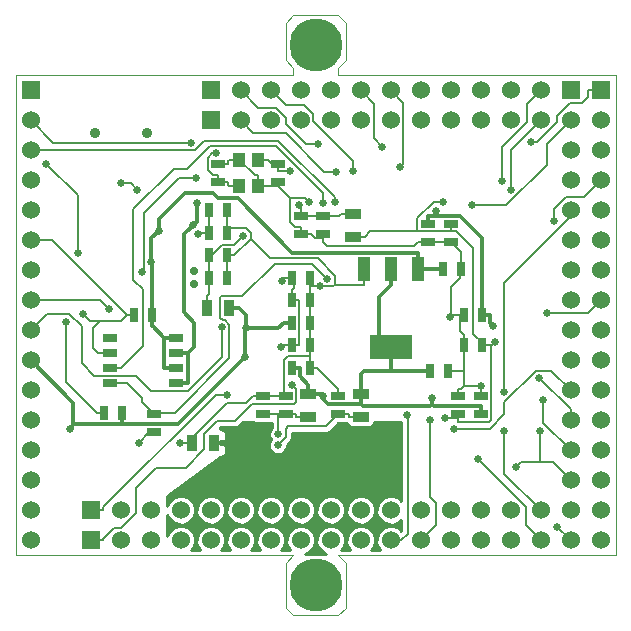
<source format=gbl>
G04 (created by PCBNEW (2013-07-07 BZR 4022)-stable) date 02/11/2014 17:15:00*
%MOIN*%
G04 Gerber Fmt 3.4, Leading zero omitted, Abs format*
%FSLAX34Y34*%
G01*
G70*
G90*
G04 APERTURE LIST*
%ADD10C,0.00590551*%
%ADD11C,0.00393701*%
%ADD12R,0.0433X0.0472*%
%ADD13R,0.025X0.045*%
%ADD14R,0.045X0.025*%
%ADD15R,0.144X0.08*%
%ADD16R,0.04X0.08*%
%ADD17R,0.035X0.055*%
%ADD18R,0.055X0.035*%
%ADD19R,0.05X0.025*%
%ADD20C,0.177165*%
%ADD21R,0.06X0.06*%
%ADD22C,0.06*%
%ADD23C,0.0275591*%
%ADD24C,0.0354*%
%ADD25C,0.025*%
%ADD26C,0.012*%
%ADD27C,0.008*%
%ADD28C,0.01*%
G04 APERTURE END LIST*
G54D10*
G54D11*
X10750Y0D02*
X20000Y0D01*
X11000Y-250D02*
X10750Y0D01*
X11000Y-1750D02*
X11000Y-250D01*
X10750Y-2000D02*
X11000Y-1750D01*
X9250Y-2000D02*
X10750Y-2000D01*
X9000Y-1750D02*
X9250Y-2000D01*
X9000Y-250D02*
X9000Y-1750D01*
X9250Y0D02*
X9000Y-250D01*
X0Y0D02*
X9250Y0D01*
X10750Y16000D02*
X20000Y16000D01*
X10750Y16250D02*
X10750Y16000D01*
X11000Y16500D02*
X10750Y16250D01*
X11000Y17750D02*
X11000Y16500D01*
X10750Y18000D02*
X11000Y17750D01*
X9250Y18000D02*
X10750Y18000D01*
X9000Y17750D02*
X9250Y18000D01*
X9000Y16500D02*
X9000Y17750D01*
X9250Y16250D02*
X9000Y16500D01*
X9250Y16000D02*
X9250Y16250D01*
X0Y16000D02*
X9250Y16000D01*
X20000Y16000D02*
X20000Y0D01*
X0Y0D02*
X0Y16000D01*
G54D12*
X7455Y12317D03*
X8085Y13183D03*
X7455Y13183D03*
X8085Y12317D03*
G54D13*
X6450Y10750D03*
X7050Y10750D03*
X9200Y7750D03*
X9800Y7750D03*
X9200Y7000D03*
X9800Y7000D03*
X9200Y9250D03*
X9800Y9250D03*
G54D14*
X6750Y12450D03*
X6750Y13050D03*
X8750Y13050D03*
X8750Y12450D03*
G54D13*
X9200Y8500D03*
X9800Y8500D03*
X15550Y8000D03*
X14950Y8000D03*
G54D14*
X13750Y11050D03*
X13750Y10450D03*
G54D13*
X14250Y9550D03*
X14850Y9550D03*
X9200Y6250D03*
X9800Y6250D03*
G54D14*
X15500Y4700D03*
X15500Y5300D03*
G54D13*
X13800Y6150D03*
X14400Y6150D03*
X6450Y9250D03*
X7050Y9250D03*
X6450Y11500D03*
X7050Y11500D03*
G54D14*
X9000Y4700D03*
X9000Y5300D03*
X10750Y4700D03*
X10750Y5300D03*
X8250Y4700D03*
X8250Y5300D03*
X9500Y11300D03*
X9500Y10700D03*
X10250Y11300D03*
X10250Y10700D03*
G54D13*
X6450Y10000D03*
X7050Y10000D03*
G54D14*
X14750Y4700D03*
X14750Y5300D03*
G54D13*
X15550Y7000D03*
X14950Y7000D03*
G54D14*
X14500Y11050D03*
X14500Y10450D03*
G54D15*
X12500Y6950D03*
G54D16*
X12500Y9550D03*
X13400Y9550D03*
X11600Y9550D03*
G54D17*
X5875Y3750D03*
X6625Y3750D03*
G54D18*
X9750Y4625D03*
X9750Y5375D03*
X11500Y4625D03*
X11500Y5375D03*
X11250Y10625D03*
X11250Y11375D03*
G54D17*
X6375Y8250D03*
X7125Y8250D03*
G54D19*
X3150Y5750D03*
X3150Y6250D03*
X3150Y6750D03*
X3150Y7250D03*
X5350Y7250D03*
X5350Y6750D03*
X5350Y6250D03*
X5350Y5750D03*
G54D14*
X4600Y4100D03*
X4600Y4700D03*
G54D13*
X4550Y8000D03*
X3950Y8000D03*
G54D20*
X10000Y17000D03*
X10000Y-1000D03*
G54D13*
X3550Y4750D03*
X2950Y4750D03*
G54D21*
X18500Y15500D03*
G54D22*
X18500Y14500D03*
X18500Y13500D03*
X18500Y12500D03*
X18500Y11500D03*
X18500Y10500D03*
X18500Y9500D03*
X18500Y8500D03*
X18500Y7500D03*
X18500Y6500D03*
X18500Y5500D03*
X18500Y4500D03*
X18500Y3500D03*
X18500Y2500D03*
X18500Y1500D03*
X18500Y500D03*
G54D21*
X19500Y15500D03*
G54D22*
X19500Y14500D03*
X19500Y13500D03*
X19500Y12500D03*
X19500Y11500D03*
X19500Y10500D03*
X19500Y9500D03*
X19500Y8500D03*
X19500Y7500D03*
X19500Y6500D03*
X19500Y5500D03*
X19500Y4500D03*
X19500Y3500D03*
X19500Y2500D03*
X19500Y1500D03*
X19500Y500D03*
G54D21*
X500Y15500D03*
G54D22*
X500Y14500D03*
X500Y13500D03*
X500Y12500D03*
X500Y11500D03*
X500Y10500D03*
X500Y9500D03*
X500Y8500D03*
X500Y7500D03*
X500Y6500D03*
X500Y5500D03*
X500Y4500D03*
X500Y3500D03*
X500Y2500D03*
X500Y1500D03*
X500Y500D03*
G54D21*
X6500Y15500D03*
G54D22*
X7500Y15500D03*
X8500Y15500D03*
X9500Y15500D03*
X10500Y15500D03*
X11500Y15500D03*
X12500Y15500D03*
X13500Y15500D03*
X14500Y15500D03*
X15500Y15500D03*
X16500Y15500D03*
X17500Y15500D03*
G54D21*
X2500Y1500D03*
G54D22*
X3500Y1500D03*
X4500Y1500D03*
X5500Y1500D03*
X6500Y1500D03*
X7500Y1500D03*
X8500Y1500D03*
X9500Y1500D03*
X10500Y1500D03*
X11500Y1500D03*
X12500Y1500D03*
X13500Y1500D03*
X14500Y1500D03*
X15500Y1500D03*
X16500Y1500D03*
X17500Y1500D03*
G54D21*
X2500Y500D03*
G54D22*
X3500Y500D03*
X4500Y500D03*
X5500Y500D03*
X6500Y500D03*
X7500Y500D03*
X8500Y500D03*
X9500Y500D03*
X10500Y500D03*
X11500Y500D03*
X12500Y500D03*
X13500Y500D03*
X14500Y500D03*
X15500Y500D03*
X16500Y500D03*
X17500Y500D03*
G54D21*
X6500Y14500D03*
G54D22*
X7500Y14500D03*
X8500Y14500D03*
X9500Y14500D03*
X10500Y14500D03*
X11500Y14500D03*
X12500Y14500D03*
X13500Y14500D03*
X14500Y14500D03*
X15500Y14500D03*
X16500Y14500D03*
X17500Y14500D03*
G54D23*
X5932Y9466D03*
X5932Y9033D03*
G54D24*
X4366Y14093D03*
X2634Y14093D03*
G54D25*
X1816Y4229D03*
X7688Y7569D03*
X10241Y5298D03*
X7641Y6613D03*
X14025Y11491D03*
X13891Y5256D03*
X15914Y7635D03*
X4770Y10820D03*
X4520Y9790D03*
X10251Y11751D03*
X8869Y9153D03*
X8862Y6945D03*
X14314Y4577D03*
X14244Y11777D03*
X15969Y7101D03*
X9449Y11678D03*
X11258Y12815D03*
X13060Y4680D03*
X13800Y4500D03*
X15204Y11685D03*
X12223Y13616D03*
X10085Y13709D03*
X17456Y5914D03*
X9199Y5685D03*
X7040Y5360D03*
X18060Y939D03*
X3500Y12400D03*
X4060Y12180D03*
X17723Y8085D03*
X17592Y5188D03*
X4220Y9460D03*
X6018Y12574D03*
X6863Y7597D03*
X2250Y8040D03*
X4100Y3750D03*
X15500Y5632D03*
X14479Y7941D03*
X5463Y3756D03*
X10130Y8972D03*
X9788Y11772D03*
X10681Y12793D03*
X6080Y10710D03*
X9141Y12796D03*
X8740Y3670D03*
X6675Y13400D03*
X16285Y4145D03*
X14616Y4228D03*
X16506Y12193D03*
X16218Y12465D03*
X15399Y3197D03*
X17489Y4156D03*
X16683Y2931D03*
X17943Y11156D03*
X16278Y5441D03*
X2070Y10070D03*
X1020Y13060D03*
X1680Y7780D03*
X10637Y11783D03*
X3100Y8200D03*
X5852Y13755D03*
X17166Y13775D03*
X12820Y12950D03*
X10385Y9213D03*
X6030Y11730D03*
X5900Y11010D03*
X8750Y4030D03*
X7587Y10657D03*
X8790Y3290D03*
G54D26*
X12500Y6150D02*
X11600Y6150D01*
X11500Y6050D02*
X11500Y5375D01*
X11600Y6150D02*
X11500Y6050D01*
X12500Y6950D02*
X12500Y6150D01*
X12500Y6150D02*
X13800Y6150D01*
X3550Y4750D02*
X3550Y4384D01*
X5412Y4384D02*
X3550Y4384D01*
X3550Y4384D02*
X3151Y4384D01*
X7641Y6613D02*
X5412Y4384D01*
X3149Y4382D02*
X1923Y4382D01*
X3151Y4384D02*
X3149Y4382D01*
X1923Y4336D02*
X1923Y4382D01*
X1816Y4229D02*
X1923Y4336D01*
X12500Y6950D02*
X12113Y6950D01*
X12500Y9550D02*
X12500Y9009D01*
X12113Y8623D02*
X12500Y9009D01*
X12113Y6950D02*
X12113Y8623D01*
X7125Y8250D02*
X7440Y8250D01*
X9750Y5375D02*
X9750Y5690D01*
X15500Y4700D02*
X15500Y4965D01*
X9465Y5975D02*
X9750Y5690D01*
X9465Y6250D02*
X9465Y5975D01*
X9200Y6250D02*
X9465Y6250D01*
X9200Y7750D02*
X8934Y7750D01*
X8754Y7569D02*
X7688Y7569D01*
X8934Y7750D02*
X8754Y7569D01*
X7688Y8001D02*
X7688Y7569D01*
X7440Y8250D02*
X7688Y8001D01*
X9750Y5375D02*
X10165Y5375D01*
X1923Y5076D02*
X500Y6500D01*
X1923Y4382D02*
X1923Y5076D01*
X7641Y7521D02*
X7688Y7569D01*
X7641Y6613D02*
X7641Y7521D01*
X13750Y11050D02*
X13750Y11315D01*
X14807Y11315D02*
X14025Y11315D01*
X15550Y10572D02*
X14807Y11315D01*
X15550Y8000D02*
X15550Y10572D01*
X14025Y11315D02*
X13750Y11315D01*
X14025Y11315D02*
X14025Y11491D01*
X11500Y5375D02*
X11500Y5059D01*
X10165Y5375D02*
X10241Y5298D01*
X11474Y5034D02*
X11500Y5059D01*
X10429Y5034D02*
X11474Y5034D01*
X10241Y5223D02*
X10429Y5034D01*
X10241Y5298D02*
X10241Y5223D01*
X11594Y4965D02*
X13821Y4965D01*
X11500Y5059D02*
X11594Y4965D01*
X13891Y5256D02*
X13891Y5034D01*
X13961Y4965D02*
X15500Y4965D01*
X13891Y5034D02*
X13961Y4965D01*
X13891Y5034D02*
X13821Y4965D01*
X15815Y7734D02*
X15815Y8000D01*
X15914Y7635D02*
X15815Y7734D01*
X15550Y8000D02*
X15815Y8000D01*
X6570Y12080D02*
X5640Y12080D01*
X6750Y11900D02*
X6570Y12080D01*
X9218Y10090D02*
X13400Y10090D01*
X7408Y11900D02*
X9218Y10090D01*
X13400Y9550D02*
X13400Y10090D01*
X7408Y11900D02*
X6750Y11900D01*
X4770Y11210D02*
X4770Y10820D01*
X5640Y12080D02*
X4770Y11210D01*
X4550Y8000D02*
X4550Y9760D01*
X4550Y9760D02*
X4520Y9790D01*
X4520Y9790D02*
X4520Y10570D01*
X4520Y10570D02*
X4770Y10820D01*
X500Y12500D02*
X570Y12500D01*
X14250Y9550D02*
X13400Y9550D01*
X5350Y7250D02*
X4959Y7250D01*
X4550Y8000D02*
X4550Y7634D01*
X4575Y7634D02*
X4959Y7250D01*
X4550Y7634D02*
X4575Y7634D01*
X5350Y6250D02*
X4959Y6250D01*
X4959Y7250D02*
X4959Y6250D01*
G54D27*
X4240Y6969D02*
X4240Y8870D01*
X3150Y6250D02*
X3520Y6250D01*
X3520Y6250D02*
X4240Y6969D01*
X3920Y11530D02*
X5270Y12880D01*
X3920Y9190D02*
X3920Y11530D01*
X4240Y8870D02*
X3920Y9190D01*
X6478Y13658D02*
X8674Y13658D01*
X8674Y13658D02*
X10251Y12081D01*
X10251Y12081D02*
X10251Y11751D01*
X5700Y12880D02*
X5270Y12880D01*
X6478Y13658D02*
X5700Y12880D01*
X8954Y9250D02*
X9200Y9250D01*
X8954Y9250D02*
X8954Y9238D01*
X8954Y9238D02*
X8869Y9153D01*
X9274Y8919D02*
X9274Y9250D01*
X9237Y9250D02*
X9200Y9250D01*
X9237Y9250D02*
X9274Y9250D01*
X9200Y8500D02*
X9200Y8845D01*
X9200Y8845D02*
X9274Y8919D01*
X9445Y7000D02*
X9445Y8500D01*
X9200Y7000D02*
X9445Y7000D01*
X9200Y8500D02*
X9445Y8500D01*
X9200Y7000D02*
X8954Y7000D01*
X8900Y6945D02*
X8862Y6945D01*
X8954Y7000D02*
X8900Y6945D01*
X14750Y4700D02*
X14750Y4577D01*
X14750Y4577D02*
X14314Y4577D01*
X11250Y10625D02*
X11645Y10625D01*
X14750Y4577D02*
X14750Y4454D01*
X15794Y4454D02*
X14750Y4454D01*
X15847Y4507D02*
X15794Y4454D01*
X15847Y7000D02*
X15847Y4507D01*
X15867Y7000D02*
X15847Y7000D01*
X15969Y7101D02*
X15867Y7000D01*
X15847Y7000D02*
X15632Y7000D01*
X13938Y11777D02*
X14244Y11777D01*
X13395Y11235D02*
X13938Y11777D01*
X13395Y10804D02*
X13395Y11235D01*
X11825Y10804D02*
X13395Y10804D01*
X11645Y10625D02*
X11825Y10804D01*
X13395Y10804D02*
X14500Y10804D01*
X14500Y11050D02*
X14500Y10804D01*
X15550Y7000D02*
X15632Y7000D01*
X14676Y10804D02*
X14500Y10804D01*
X15244Y10236D02*
X14676Y10804D01*
X15244Y7388D02*
X15244Y10236D01*
X15632Y7000D02*
X15244Y7388D01*
X10250Y11300D02*
X9500Y11300D01*
X9500Y11300D02*
X9500Y11627D01*
X9500Y11627D02*
X9449Y11678D01*
X10779Y11300D02*
X10250Y11300D01*
X10854Y11375D02*
X10779Y11300D01*
X11250Y11375D02*
X10854Y11375D01*
X11258Y13147D02*
X11258Y12815D01*
X9920Y14485D02*
X11258Y13147D01*
X9920Y14702D02*
X9920Y14485D01*
X9622Y15000D02*
X9920Y14702D01*
X9000Y15000D02*
X9622Y15000D01*
X8500Y15500D02*
X9000Y15000D01*
X13060Y4680D02*
X13070Y4670D01*
X13070Y4670D02*
X13070Y710D01*
X13070Y710D02*
X12860Y500D01*
X12500Y500D02*
X12860Y500D01*
X13800Y1950D02*
X14000Y1750D01*
X14000Y1750D02*
X14000Y1000D01*
X13500Y500D02*
X14000Y1000D01*
X13800Y4500D02*
X13800Y1950D01*
X16361Y11685D02*
X15204Y11685D01*
X17697Y13021D02*
X16361Y11685D01*
X17697Y13697D02*
X17697Y13021D01*
X18500Y14500D02*
X17697Y13697D01*
X11938Y13901D02*
X12223Y13616D01*
X11938Y15061D02*
X11938Y13901D01*
X11500Y15500D02*
X11938Y15061D01*
X9687Y13709D02*
X10085Y13709D01*
X9002Y14394D02*
X9687Y13709D01*
X9002Y14591D02*
X9002Y14394D01*
X8674Y14920D02*
X9002Y14591D01*
X8079Y14920D02*
X8674Y14920D01*
X7500Y15500D02*
X8079Y14920D01*
X18500Y4871D02*
X17456Y5914D01*
X18500Y4500D02*
X18500Y4871D01*
X9345Y5540D02*
X9199Y5685D01*
X9345Y5125D02*
X9345Y5540D01*
X9274Y5054D02*
X9345Y5125D01*
X7886Y5054D02*
X9274Y5054D01*
X7320Y4489D02*
X7886Y5054D01*
X6724Y4489D02*
X7320Y4489D01*
X6282Y4047D02*
X6724Y4489D01*
X6282Y3532D02*
X6282Y4047D01*
X5672Y2922D02*
X6282Y3532D01*
X4687Y2922D02*
X5672Y2922D01*
X4000Y2235D02*
X4687Y2922D01*
X4000Y1405D02*
X4000Y2235D01*
X3514Y920D02*
X4000Y1405D01*
X3287Y920D02*
X3514Y920D01*
X2920Y552D02*
X3287Y920D01*
X2920Y500D02*
X2920Y552D01*
X2500Y500D02*
X2920Y500D01*
X2500Y1500D02*
X2920Y1500D01*
X6668Y5352D02*
X7040Y5360D01*
X2920Y1605D02*
X6668Y5352D01*
X2920Y1500D02*
X2920Y1605D01*
X18500Y500D02*
X18060Y939D01*
X3840Y12400D02*
X3500Y12400D01*
X4060Y12180D02*
X3840Y12400D01*
X17744Y8064D02*
X17723Y8085D01*
X19064Y8064D02*
X17744Y8064D01*
X19500Y8500D02*
X19064Y8064D01*
X17592Y4407D02*
X17592Y5188D01*
X18500Y3500D02*
X17592Y4407D01*
X4270Y11400D02*
X5444Y12574D01*
X4270Y9510D02*
X4270Y11400D01*
X4220Y9460D02*
X4270Y9510D01*
X6018Y12574D02*
X5444Y12574D01*
X1060Y8060D02*
X500Y7500D01*
X1780Y8060D02*
X1060Y8060D01*
X2199Y7640D02*
X1780Y8060D01*
X2199Y6411D02*
X2199Y7640D01*
X2616Y5995D02*
X2199Y6411D01*
X3999Y5995D02*
X2616Y5995D01*
X4508Y5485D02*
X3999Y5995D01*
X5748Y5485D02*
X4508Y5485D01*
X6863Y6599D02*
X5748Y5485D01*
X6863Y7597D02*
X6863Y6599D01*
X13750Y10450D02*
X14500Y10450D01*
X14850Y9550D02*
X14850Y10100D01*
X14850Y10100D02*
X14500Y10450D01*
X14500Y8950D02*
X14800Y9250D01*
X14500Y8023D02*
X14500Y8950D01*
X14800Y9500D02*
X14850Y9550D01*
X14800Y9250D02*
X14800Y9500D01*
X14400Y6150D02*
X14950Y6150D01*
X2474Y7815D02*
X2250Y8040D01*
X2815Y7815D02*
X2474Y7815D01*
X3520Y7815D02*
X2815Y7815D01*
X3704Y8000D02*
X3520Y7815D01*
X2750Y6750D02*
X3150Y6750D01*
X2580Y6920D02*
X2750Y6750D01*
X2580Y7580D02*
X2580Y6920D01*
X2815Y7815D02*
X2580Y7580D01*
X4600Y4100D02*
X4450Y4100D01*
X4450Y4100D02*
X4100Y3750D01*
X14950Y7000D02*
X14950Y6150D01*
X14950Y6150D02*
X14950Y5632D01*
X9800Y7000D02*
X9800Y6654D01*
X9500Y10700D02*
X9500Y10945D01*
X8085Y12317D02*
X8085Y12673D01*
X15500Y5300D02*
X15500Y5632D01*
X3950Y8000D02*
X3704Y8000D01*
X7964Y12673D02*
X8085Y12673D01*
X7455Y13182D02*
X7964Y12673D01*
X7095Y13159D02*
X7118Y13182D01*
X7095Y13050D02*
X7095Y13159D01*
X7455Y13182D02*
X7118Y13182D01*
X6750Y13050D02*
X7095Y13050D01*
X8085Y12317D02*
X8750Y12317D01*
X8750Y12317D02*
X8750Y12450D01*
X9800Y7750D02*
X9800Y7000D01*
X14681Y8023D02*
X14500Y8023D01*
X14704Y8000D02*
X14681Y8023D01*
X14479Y8003D02*
X14479Y7941D01*
X14500Y8023D02*
X14479Y8003D01*
X14950Y8000D02*
X14827Y8000D01*
X14827Y8000D02*
X14704Y8000D01*
X14827Y7467D02*
X14950Y7345D01*
X14827Y8000D02*
X14827Y7467D01*
X14950Y7000D02*
X14950Y7345D01*
X1204Y10500D02*
X3704Y8000D01*
X500Y10500D02*
X1204Y10500D01*
X7050Y11500D02*
X7050Y10909D01*
X5573Y3756D02*
X5579Y3750D01*
X5463Y3756D02*
X5573Y3756D01*
X9800Y7750D02*
X9800Y8500D01*
X9800Y6654D02*
X9800Y6250D01*
X10750Y5545D02*
X10045Y6250D01*
X10750Y5300D02*
X10750Y5545D01*
X9800Y6250D02*
X10045Y6250D01*
X5875Y3750D02*
X5726Y3750D01*
X5726Y3750D02*
X5579Y3750D01*
X7671Y5067D02*
X7904Y5300D01*
X7043Y5067D02*
X7671Y5067D01*
X5726Y3750D02*
X7043Y5067D01*
X8250Y5300D02*
X7904Y5300D01*
X9800Y8500D02*
X9800Y8712D01*
X9800Y8712D02*
X9800Y8972D01*
X13750Y10450D02*
X13404Y10450D01*
X7050Y10750D02*
X7050Y10909D01*
X7050Y9250D02*
X7050Y10000D01*
X7050Y10000D02*
X7295Y10000D01*
X10250Y10700D02*
X10250Y10577D01*
X10250Y10577D02*
X10250Y10454D01*
X9967Y10577D02*
X9845Y10700D01*
X10250Y10577D02*
X9967Y10577D01*
X9500Y10700D02*
X9845Y10700D01*
X9800Y8972D02*
X10130Y8972D01*
X11600Y9550D02*
X11600Y9029D01*
X9800Y8972D02*
X9800Y9250D01*
X7834Y10758D02*
X7834Y10539D01*
X7683Y10909D02*
X7834Y10758D01*
X7050Y10909D02*
X7683Y10909D01*
X7834Y10539D02*
X7295Y10000D01*
X9075Y6654D02*
X9800Y6654D01*
X8949Y6529D02*
X9075Y6654D01*
X8949Y5300D02*
X8949Y6529D01*
X8250Y5300D02*
X8949Y5300D01*
X8949Y5300D02*
X9000Y5300D01*
X10375Y10329D02*
X10250Y10454D01*
X13284Y10329D02*
X10375Y10329D01*
X13404Y10450D02*
X13284Y10329D01*
X10653Y9029D02*
X11600Y9029D01*
X10591Y8968D02*
X10653Y9029D01*
X10134Y8968D02*
X10591Y8968D01*
X10130Y8972D02*
X10134Y8968D01*
X8476Y9897D02*
X7834Y10539D01*
X10075Y9897D02*
X8476Y9897D01*
X10653Y9319D02*
X10075Y9897D01*
X10653Y9029D02*
X10653Y9319D01*
X9138Y11122D02*
X9138Y11923D01*
X9316Y10945D02*
X9138Y11122D01*
X9500Y10945D02*
X9316Y10945D01*
X9138Y11928D02*
X8750Y12317D01*
X9138Y11923D02*
X9138Y11928D01*
X9636Y11923D02*
X9788Y11772D01*
X9138Y11923D02*
X9636Y11923D01*
X14862Y5545D02*
X14750Y5545D01*
X14950Y5632D02*
X14862Y5545D01*
X14950Y5632D02*
X15500Y5632D01*
X14750Y5300D02*
X14750Y5545D01*
X7926Y14073D02*
X7500Y14500D01*
X8996Y14073D02*
X7926Y14073D01*
X10276Y12793D02*
X8996Y14073D01*
X10681Y12793D02*
X10276Y12793D01*
X6120Y10750D02*
X6450Y10750D01*
X6080Y10710D02*
X6120Y10750D01*
X6450Y10750D02*
X6450Y11500D01*
X8085Y13182D02*
X8421Y13182D01*
X8554Y13050D02*
X8421Y13182D01*
X8750Y13050D02*
X8554Y13050D01*
X8750Y13050D02*
X8750Y12804D01*
X9132Y12804D02*
X9141Y12796D01*
X8750Y12804D02*
X9132Y12804D01*
X10350Y4300D02*
X9090Y4300D01*
X10750Y4700D02*
X10350Y4300D01*
X9000Y3930D02*
X8740Y3670D01*
X9000Y4210D02*
X9000Y3930D01*
X9090Y4300D02*
X9000Y4210D01*
X11104Y4690D02*
X11095Y4700D01*
X11104Y4625D02*
X11104Y4690D01*
X10750Y4700D02*
X11095Y4700D01*
X11500Y4625D02*
X11104Y4625D01*
X7095Y12340D02*
X7118Y12317D01*
X7095Y12450D02*
X7095Y12340D01*
X6750Y12450D02*
X7095Y12450D01*
X7455Y12317D02*
X7118Y12317D01*
X6750Y12450D02*
X6750Y12695D01*
X6559Y13400D02*
X6675Y13400D01*
X6404Y13246D02*
X6559Y13400D01*
X6404Y12856D02*
X6404Y13246D01*
X6566Y12695D02*
X6404Y12856D01*
X6750Y12695D02*
X6566Y12695D01*
X16285Y2714D02*
X16285Y4145D01*
X17500Y1500D02*
X16285Y2714D01*
X17839Y6160D02*
X18500Y5500D01*
X17347Y6160D02*
X17839Y6160D01*
X16294Y5107D02*
X17347Y6160D01*
X16294Y4724D02*
X16294Y5107D01*
X15798Y4228D02*
X16294Y4724D01*
X14616Y4228D02*
X15798Y4228D01*
X16506Y13506D02*
X17500Y14500D01*
X16506Y12193D02*
X16506Y13506D01*
X16218Y13624D02*
X16218Y12465D01*
X17056Y14462D02*
X16218Y13624D01*
X17056Y15056D02*
X17056Y14462D01*
X17500Y15500D02*
X17056Y15056D01*
X17500Y500D02*
X17000Y1000D01*
X17000Y1000D02*
X17000Y1596D01*
X17000Y1596D02*
X15399Y3197D01*
X17489Y3101D02*
X17489Y4156D01*
X17898Y3101D02*
X17489Y3101D01*
X18500Y2500D02*
X17898Y3101D01*
X16853Y3101D02*
X16683Y2931D01*
X17489Y3101D02*
X16853Y3101D01*
X17943Y11545D02*
X17943Y11156D01*
X18341Y11943D02*
X17943Y11545D01*
X18943Y11943D02*
X18341Y11943D01*
X19500Y12500D02*
X18943Y11943D01*
X16278Y9077D02*
X16278Y5441D01*
X18500Y11298D02*
X16278Y9077D01*
X18500Y11500D02*
X18500Y11298D01*
X2070Y12010D02*
X2070Y10070D01*
X1020Y13060D02*
X2070Y12010D01*
X1680Y5770D02*
X1680Y7780D01*
X1949Y5500D02*
X1680Y5770D01*
X2950Y4750D02*
X2704Y4750D01*
X2704Y4750D02*
X1954Y5500D01*
X1954Y5500D02*
X1949Y5500D01*
X10637Y11933D02*
X10637Y11783D01*
X8752Y13818D02*
X10637Y11933D01*
X6284Y13818D02*
X8752Y13818D01*
X5965Y13500D02*
X6284Y13818D01*
X500Y13500D02*
X5965Y13500D01*
X500Y8500D02*
X2800Y8500D01*
X2800Y8500D02*
X3100Y8200D01*
X1244Y13755D02*
X5852Y13755D01*
X500Y14500D02*
X1244Y13755D01*
X17369Y13775D02*
X17166Y13775D01*
X18056Y14462D02*
X17369Y13775D01*
X18056Y14655D02*
X18056Y14462D01*
X18480Y15079D02*
X18056Y14655D01*
X18869Y15079D02*
X18480Y15079D01*
X19079Y15289D02*
X18869Y15079D01*
X19079Y15500D02*
X19079Y15289D01*
X19500Y15500D02*
X19079Y15500D01*
X12923Y13053D02*
X12820Y12950D01*
X12923Y15076D02*
X12923Y13053D01*
X12500Y15500D02*
X12923Y15076D01*
X4200Y5250D02*
X4200Y5100D01*
X3700Y5750D02*
X4200Y5250D01*
X3150Y5750D02*
X3700Y5750D01*
X4200Y5100D02*
X4600Y4700D01*
X5297Y4752D02*
X4652Y4752D01*
X4652Y4752D02*
X4600Y4700D01*
X7122Y7688D02*
X6968Y7842D01*
X7122Y6577D02*
X7122Y7688D01*
X5297Y4752D02*
X7122Y6577D01*
X6899Y7842D02*
X6829Y7912D01*
X6968Y7842D02*
X6899Y7842D01*
X9869Y9728D02*
X10385Y9213D01*
X8634Y9728D02*
X9869Y9728D01*
X7550Y8645D02*
X8634Y9728D01*
X6877Y8645D02*
X7550Y8645D01*
X6829Y8597D02*
X6877Y8645D01*
X6829Y7912D02*
X6829Y8597D01*
G54D26*
X6030Y11120D02*
X6030Y11730D01*
X6030Y11120D02*
X5910Y11000D01*
X5900Y11010D02*
X5910Y11000D01*
X5760Y10860D02*
X5770Y10860D01*
X5770Y10860D02*
X5910Y11000D01*
X5760Y10860D02*
X5600Y10700D01*
X5950Y6959D02*
X5740Y6750D01*
X5950Y7750D02*
X5950Y6959D01*
X5600Y8100D02*
X5950Y7750D01*
X5600Y10700D02*
X5600Y8100D01*
X5350Y6750D02*
X5740Y6750D01*
X5740Y5750D02*
X5740Y6750D01*
X5350Y5750D02*
X5740Y5750D01*
G54D27*
X8750Y4030D02*
X8750Y4660D01*
X8790Y4700D02*
X9000Y4700D01*
X8750Y4660D02*
X8790Y4700D01*
X8250Y4700D02*
X8869Y4700D01*
X9345Y4634D02*
X9345Y4700D01*
X9354Y4625D02*
X9345Y4634D01*
X9750Y4625D02*
X9354Y4625D01*
X9000Y4700D02*
X9345Y4700D01*
X9000Y4700D02*
X8869Y4700D01*
X6450Y9250D02*
X6450Y8720D01*
X6375Y8250D02*
X6375Y8645D01*
X6450Y8720D02*
X6375Y8645D01*
X6450Y9250D02*
X6450Y9910D01*
X6450Y9910D02*
X6450Y10000D01*
X7274Y10345D02*
X7587Y10657D01*
X6875Y10345D02*
X7274Y10345D01*
X6450Y9919D02*
X6875Y10345D01*
X6450Y9910D02*
X6450Y9919D01*
X8790Y3290D02*
X7570Y3290D01*
X7110Y3750D02*
X6625Y3750D01*
X7570Y3290D02*
X7110Y3750D01*
G54D10*
G36*
X12860Y804D02*
X12766Y898D01*
X12593Y969D01*
X12406Y970D01*
X12234Y898D01*
X12101Y766D01*
X12030Y593D01*
X12029Y406D01*
X12101Y234D01*
X12145Y189D01*
X11854Y189D01*
X11898Y233D01*
X11969Y406D01*
X11970Y593D01*
X11970Y1593D01*
X11898Y1765D01*
X11766Y1898D01*
X11593Y1969D01*
X11406Y1970D01*
X11234Y1898D01*
X11101Y1766D01*
X11030Y1593D01*
X11029Y1406D01*
X11101Y1234D01*
X11233Y1101D01*
X11406Y1030D01*
X11593Y1029D01*
X11765Y1101D01*
X11898Y1233D01*
X11969Y1406D01*
X11970Y1593D01*
X11970Y593D01*
X11898Y765D01*
X11766Y898D01*
X11593Y969D01*
X11406Y970D01*
X11234Y898D01*
X11101Y766D01*
X11030Y593D01*
X11029Y406D01*
X11101Y234D01*
X11145Y189D01*
X10854Y189D01*
X10898Y233D01*
X10969Y406D01*
X10970Y593D01*
X10970Y1593D01*
X10898Y1765D01*
X10766Y1898D01*
X10593Y1969D01*
X10406Y1970D01*
X10234Y1898D01*
X10101Y1766D01*
X10030Y1593D01*
X10029Y1406D01*
X10101Y1234D01*
X10233Y1101D01*
X10406Y1030D01*
X10593Y1029D01*
X10765Y1101D01*
X10898Y1233D01*
X10969Y1406D01*
X10970Y1593D01*
X10970Y593D01*
X10898Y765D01*
X10766Y898D01*
X10593Y969D01*
X10406Y970D01*
X10234Y898D01*
X10101Y766D01*
X10030Y593D01*
X10029Y406D01*
X10101Y234D01*
X10233Y101D01*
X10358Y50D01*
X10224Y50D01*
X10210Y55D01*
X9790Y56D01*
X9776Y50D01*
X9641Y50D01*
X9765Y101D01*
X9898Y233D01*
X9969Y406D01*
X9970Y593D01*
X9970Y1593D01*
X9898Y1765D01*
X9766Y1898D01*
X9593Y1969D01*
X9406Y1970D01*
X9234Y1898D01*
X9101Y1766D01*
X9030Y1593D01*
X9029Y1406D01*
X9101Y1234D01*
X9233Y1101D01*
X9406Y1030D01*
X9593Y1029D01*
X9765Y1101D01*
X9898Y1233D01*
X9969Y1406D01*
X9970Y1593D01*
X9970Y593D01*
X9898Y765D01*
X9766Y898D01*
X9593Y969D01*
X9406Y970D01*
X9234Y898D01*
X9101Y766D01*
X9030Y593D01*
X9029Y406D01*
X9101Y234D01*
X9145Y189D01*
X8854Y189D01*
X8898Y233D01*
X8969Y406D01*
X8970Y593D01*
X8970Y1593D01*
X8898Y1765D01*
X8766Y1898D01*
X8593Y1969D01*
X8406Y1970D01*
X8234Y1898D01*
X8101Y1766D01*
X8030Y1593D01*
X8029Y1406D01*
X8101Y1234D01*
X8233Y1101D01*
X8406Y1030D01*
X8593Y1029D01*
X8765Y1101D01*
X8898Y1233D01*
X8969Y1406D01*
X8970Y1593D01*
X8970Y593D01*
X8898Y765D01*
X8766Y898D01*
X8593Y969D01*
X8406Y970D01*
X8234Y898D01*
X8101Y766D01*
X8030Y593D01*
X8029Y406D01*
X8101Y234D01*
X8145Y189D01*
X7854Y189D01*
X7898Y233D01*
X7969Y406D01*
X7970Y593D01*
X7970Y1593D01*
X7898Y1765D01*
X7766Y1898D01*
X7593Y1969D01*
X7406Y1970D01*
X7234Y1898D01*
X7101Y1766D01*
X7030Y1593D01*
X7029Y1406D01*
X7101Y1234D01*
X7233Y1101D01*
X7406Y1030D01*
X7593Y1029D01*
X7765Y1101D01*
X7898Y1233D01*
X7969Y1406D01*
X7970Y1593D01*
X7970Y593D01*
X7898Y765D01*
X7766Y898D01*
X7593Y969D01*
X7406Y970D01*
X7234Y898D01*
X7101Y766D01*
X7030Y593D01*
X7029Y406D01*
X7101Y234D01*
X7145Y189D01*
X6854Y189D01*
X6898Y233D01*
X6969Y406D01*
X6970Y593D01*
X6970Y1593D01*
X6898Y1765D01*
X6766Y1898D01*
X6593Y1969D01*
X6406Y1970D01*
X6234Y1898D01*
X6101Y1766D01*
X6030Y1593D01*
X6029Y1406D01*
X6101Y1234D01*
X6233Y1101D01*
X6406Y1030D01*
X6593Y1029D01*
X6765Y1101D01*
X6898Y1233D01*
X6969Y1406D01*
X6970Y1593D01*
X6970Y593D01*
X6898Y765D01*
X6766Y898D01*
X6593Y969D01*
X6406Y970D01*
X6234Y898D01*
X6101Y766D01*
X6030Y593D01*
X6029Y406D01*
X6101Y234D01*
X6145Y189D01*
X5854Y189D01*
X5898Y233D01*
X5969Y406D01*
X5970Y593D01*
X5898Y765D01*
X5766Y898D01*
X5593Y969D01*
X5406Y970D01*
X5234Y898D01*
X5101Y766D01*
X5050Y641D01*
X5050Y1358D01*
X5101Y1234D01*
X5233Y1101D01*
X5406Y1030D01*
X5593Y1029D01*
X5765Y1101D01*
X5898Y1233D01*
X5969Y1406D01*
X5970Y1593D01*
X5898Y1765D01*
X5766Y1898D01*
X5593Y1969D01*
X5406Y1970D01*
X5234Y1898D01*
X5101Y1766D01*
X5050Y1641D01*
X5050Y1974D01*
X6800Y3274D01*
X6800Y3274D01*
X6839Y3274D01*
X6913Y3305D01*
X6969Y3361D01*
X6999Y3435D01*
X7000Y3514D01*
X7000Y3650D01*
X6950Y3700D01*
X6800Y3700D01*
X6800Y3800D01*
X6950Y3800D01*
X7000Y3850D01*
X7000Y3985D01*
X6999Y4064D01*
X6969Y4138D01*
X6913Y4194D01*
X6839Y4225D01*
X6800Y4225D01*
X6800Y4268D01*
X6811Y4279D01*
X7320Y4279D01*
X7400Y4295D01*
X7468Y4340D01*
X7578Y4450D01*
X7909Y4450D01*
X7928Y4430D01*
X7991Y4405D01*
X8058Y4404D01*
X8508Y4404D01*
X8540Y4417D01*
X8540Y4237D01*
X8500Y4197D01*
X8455Y4088D01*
X8454Y3971D01*
X8499Y3863D01*
X8507Y3855D01*
X8490Y3837D01*
X8445Y3728D01*
X8444Y3611D01*
X8489Y3503D01*
X8572Y3420D01*
X8681Y3375D01*
X8798Y3374D01*
X8906Y3419D01*
X8989Y3502D01*
X9034Y3611D01*
X9034Y3668D01*
X9148Y3781D01*
X9148Y3781D01*
X9148Y3781D01*
X9194Y3849D01*
X9194Y3849D01*
X9210Y3930D01*
X9210Y4090D01*
X10350Y4090D01*
X10430Y4105D01*
X10498Y4151D01*
X10751Y4404D01*
X11008Y4404D01*
X11054Y4424D01*
X11054Y4416D01*
X11080Y4353D01*
X11128Y4305D01*
X11191Y4280D01*
X11258Y4279D01*
X11808Y4279D01*
X11871Y4305D01*
X11919Y4353D01*
X11944Y4416D01*
X11944Y4450D01*
X12860Y4450D01*
X12860Y1804D01*
X12766Y1898D01*
X12593Y1969D01*
X12406Y1970D01*
X12234Y1898D01*
X12101Y1766D01*
X12030Y1593D01*
X12029Y1406D01*
X12101Y1234D01*
X12233Y1101D01*
X12406Y1030D01*
X12593Y1029D01*
X12765Y1101D01*
X12860Y1195D01*
X12860Y804D01*
X12860Y804D01*
G37*
G54D28*
X12860Y804D02*
X12766Y898D01*
X12593Y969D01*
X12406Y970D01*
X12234Y898D01*
X12101Y766D01*
X12030Y593D01*
X12029Y406D01*
X12101Y234D01*
X12145Y189D01*
X11854Y189D01*
X11898Y233D01*
X11969Y406D01*
X11970Y593D01*
X11970Y1593D01*
X11898Y1765D01*
X11766Y1898D01*
X11593Y1969D01*
X11406Y1970D01*
X11234Y1898D01*
X11101Y1766D01*
X11030Y1593D01*
X11029Y1406D01*
X11101Y1234D01*
X11233Y1101D01*
X11406Y1030D01*
X11593Y1029D01*
X11765Y1101D01*
X11898Y1233D01*
X11969Y1406D01*
X11970Y1593D01*
X11970Y593D01*
X11898Y765D01*
X11766Y898D01*
X11593Y969D01*
X11406Y970D01*
X11234Y898D01*
X11101Y766D01*
X11030Y593D01*
X11029Y406D01*
X11101Y234D01*
X11145Y189D01*
X10854Y189D01*
X10898Y233D01*
X10969Y406D01*
X10970Y593D01*
X10970Y1593D01*
X10898Y1765D01*
X10766Y1898D01*
X10593Y1969D01*
X10406Y1970D01*
X10234Y1898D01*
X10101Y1766D01*
X10030Y1593D01*
X10029Y1406D01*
X10101Y1234D01*
X10233Y1101D01*
X10406Y1030D01*
X10593Y1029D01*
X10765Y1101D01*
X10898Y1233D01*
X10969Y1406D01*
X10970Y1593D01*
X10970Y593D01*
X10898Y765D01*
X10766Y898D01*
X10593Y969D01*
X10406Y970D01*
X10234Y898D01*
X10101Y766D01*
X10030Y593D01*
X10029Y406D01*
X10101Y234D01*
X10233Y101D01*
X10358Y50D01*
X10224Y50D01*
X10210Y55D01*
X9790Y56D01*
X9776Y50D01*
X9641Y50D01*
X9765Y101D01*
X9898Y233D01*
X9969Y406D01*
X9970Y593D01*
X9970Y1593D01*
X9898Y1765D01*
X9766Y1898D01*
X9593Y1969D01*
X9406Y1970D01*
X9234Y1898D01*
X9101Y1766D01*
X9030Y1593D01*
X9029Y1406D01*
X9101Y1234D01*
X9233Y1101D01*
X9406Y1030D01*
X9593Y1029D01*
X9765Y1101D01*
X9898Y1233D01*
X9969Y1406D01*
X9970Y1593D01*
X9970Y593D01*
X9898Y765D01*
X9766Y898D01*
X9593Y969D01*
X9406Y970D01*
X9234Y898D01*
X9101Y766D01*
X9030Y593D01*
X9029Y406D01*
X9101Y234D01*
X9145Y189D01*
X8854Y189D01*
X8898Y233D01*
X8969Y406D01*
X8970Y593D01*
X8970Y1593D01*
X8898Y1765D01*
X8766Y1898D01*
X8593Y1969D01*
X8406Y1970D01*
X8234Y1898D01*
X8101Y1766D01*
X8030Y1593D01*
X8029Y1406D01*
X8101Y1234D01*
X8233Y1101D01*
X8406Y1030D01*
X8593Y1029D01*
X8765Y1101D01*
X8898Y1233D01*
X8969Y1406D01*
X8970Y1593D01*
X8970Y593D01*
X8898Y765D01*
X8766Y898D01*
X8593Y969D01*
X8406Y970D01*
X8234Y898D01*
X8101Y766D01*
X8030Y593D01*
X8029Y406D01*
X8101Y234D01*
X8145Y189D01*
X7854Y189D01*
X7898Y233D01*
X7969Y406D01*
X7970Y593D01*
X7970Y1593D01*
X7898Y1765D01*
X7766Y1898D01*
X7593Y1969D01*
X7406Y1970D01*
X7234Y1898D01*
X7101Y1766D01*
X7030Y1593D01*
X7029Y1406D01*
X7101Y1234D01*
X7233Y1101D01*
X7406Y1030D01*
X7593Y1029D01*
X7765Y1101D01*
X7898Y1233D01*
X7969Y1406D01*
X7970Y1593D01*
X7970Y593D01*
X7898Y765D01*
X7766Y898D01*
X7593Y969D01*
X7406Y970D01*
X7234Y898D01*
X7101Y766D01*
X7030Y593D01*
X7029Y406D01*
X7101Y234D01*
X7145Y189D01*
X6854Y189D01*
X6898Y233D01*
X6969Y406D01*
X6970Y593D01*
X6970Y1593D01*
X6898Y1765D01*
X6766Y1898D01*
X6593Y1969D01*
X6406Y1970D01*
X6234Y1898D01*
X6101Y1766D01*
X6030Y1593D01*
X6029Y1406D01*
X6101Y1234D01*
X6233Y1101D01*
X6406Y1030D01*
X6593Y1029D01*
X6765Y1101D01*
X6898Y1233D01*
X6969Y1406D01*
X6970Y1593D01*
X6970Y593D01*
X6898Y765D01*
X6766Y898D01*
X6593Y969D01*
X6406Y970D01*
X6234Y898D01*
X6101Y766D01*
X6030Y593D01*
X6029Y406D01*
X6101Y234D01*
X6145Y189D01*
X5854Y189D01*
X5898Y233D01*
X5969Y406D01*
X5970Y593D01*
X5898Y765D01*
X5766Y898D01*
X5593Y969D01*
X5406Y970D01*
X5234Y898D01*
X5101Y766D01*
X5050Y641D01*
X5050Y1358D01*
X5101Y1234D01*
X5233Y1101D01*
X5406Y1030D01*
X5593Y1029D01*
X5765Y1101D01*
X5898Y1233D01*
X5969Y1406D01*
X5970Y1593D01*
X5898Y1765D01*
X5766Y1898D01*
X5593Y1969D01*
X5406Y1970D01*
X5234Y1898D01*
X5101Y1766D01*
X5050Y1641D01*
X5050Y1974D01*
X6800Y3274D01*
X6800Y3274D01*
X6839Y3274D01*
X6913Y3305D01*
X6969Y3361D01*
X6999Y3435D01*
X7000Y3514D01*
X7000Y3650D01*
X6950Y3700D01*
X6800Y3700D01*
X6800Y3800D01*
X6950Y3800D01*
X7000Y3850D01*
X7000Y3985D01*
X6999Y4064D01*
X6969Y4138D01*
X6913Y4194D01*
X6839Y4225D01*
X6800Y4225D01*
X6800Y4268D01*
X6811Y4279D01*
X7320Y4279D01*
X7400Y4295D01*
X7468Y4340D01*
X7578Y4450D01*
X7909Y4450D01*
X7928Y4430D01*
X7991Y4405D01*
X8058Y4404D01*
X8508Y4404D01*
X8540Y4417D01*
X8540Y4237D01*
X8500Y4197D01*
X8455Y4088D01*
X8454Y3971D01*
X8499Y3863D01*
X8507Y3855D01*
X8490Y3837D01*
X8445Y3728D01*
X8444Y3611D01*
X8489Y3503D01*
X8572Y3420D01*
X8681Y3375D01*
X8798Y3374D01*
X8906Y3419D01*
X8989Y3502D01*
X9034Y3611D01*
X9034Y3668D01*
X9148Y3781D01*
X9148Y3781D01*
X9148Y3781D01*
X9194Y3849D01*
X9194Y3849D01*
X9210Y3930D01*
X9210Y4090D01*
X10350Y4090D01*
X10430Y4105D01*
X10498Y4151D01*
X10751Y4404D01*
X11008Y4404D01*
X11054Y4424D01*
X11054Y4416D01*
X11080Y4353D01*
X11128Y4305D01*
X11191Y4280D01*
X11258Y4279D01*
X11808Y4279D01*
X11871Y4305D01*
X11919Y4353D01*
X11944Y4416D01*
X11944Y4450D01*
X12860Y4450D01*
X12860Y1804D01*
X12766Y1898D01*
X12593Y1969D01*
X12406Y1970D01*
X12234Y1898D01*
X12101Y1766D01*
X12030Y1593D01*
X12029Y1406D01*
X12101Y1234D01*
X12233Y1101D01*
X12406Y1030D01*
X12593Y1029D01*
X12765Y1101D01*
X12860Y1195D01*
X12860Y804D01*
M02*

</source>
